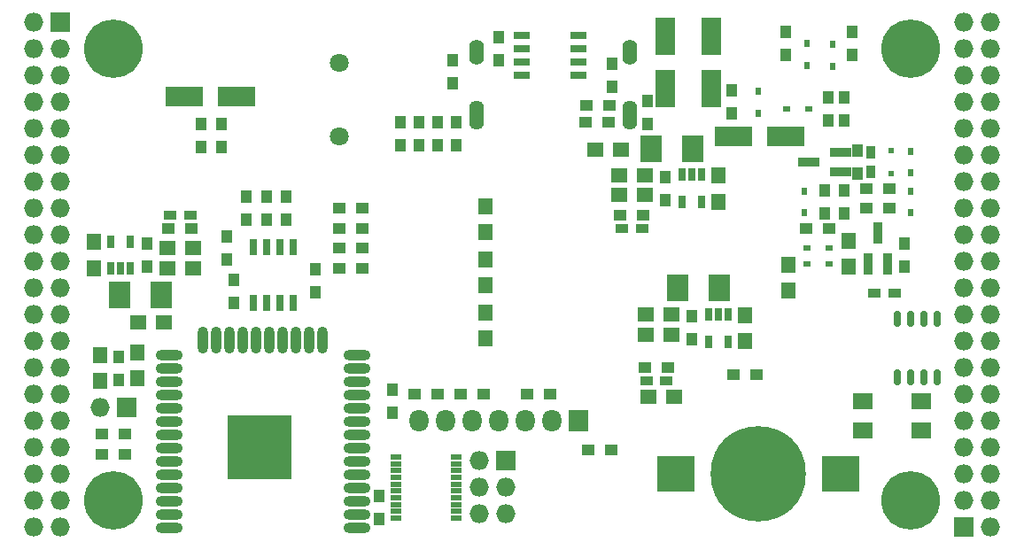
<source format=gbs>
G04 #@! TF.FileFunction,Soldermask,Bot*
%FSLAX46Y46*%
G04 Gerber Fmt 4.6, Leading zero omitted, Abs format (unit mm)*
G04 Created by KiCad (PCBNEW 4.0.7+dfsg1-1) date Wed Oct  4 23:58:25 2017*
%MOMM*%
%LPD*%
G01*
G04 APERTURE LIST*
%ADD10C,0.100000*%
%ADD11R,1.900000X3.600000*%
%ADD12R,1.000000X1.300000*%
%ADD13R,2.100000X2.600000*%
%ADD14R,0.800000X1.300000*%
%ADD15R,1.350000X1.600000*%
%ADD16R,1.600000X1.350000*%
%ADD17O,0.709600X1.573200*%
%ADD18R,0.900000X2.000000*%
%ADD19R,2.000000X0.900000*%
%ADD20R,1.300000X0.850000*%
%ADD21R,0.850000X1.300000*%
%ADD22R,1.300000X1.000000*%
%ADD23R,0.700000X1.650000*%
%ADD24R,1.650000X0.700000*%
%ADD25O,2.600000X1.000000*%
%ADD26O,1.000000X2.600000*%
%ADD27R,6.100000X6.100000*%
%ADD28R,1.827200X1.827200*%
%ADD29O,1.827200X1.827200*%
%ADD30C,5.600000*%
%ADD31R,1.100000X0.500000*%
%ADD32R,1.827200X2.132000*%
%ADD33O,1.827200X2.132000*%
%ADD34R,3.600000X3.400000*%
%ADD35C,9.100000*%
%ADD36C,1.800000*%
%ADD37O,1.400000X2.800000*%
%ADD38O,1.400000X2.400000*%
%ADD39R,1.900000X1.500000*%
%ADD40R,0.600000X0.600000*%
%ADD41R,0.700000X0.550000*%
%ADD42R,0.550000X0.700000*%
%ADD43R,3.600000X1.900000*%
G04 APERTURE END LIST*
D10*
D11*
X155695000Y-69000000D03*
X155695000Y-64000000D03*
D12*
X154044000Y-72426000D03*
X154044000Y-70226000D03*
D13*
X160870000Y-88090000D03*
X156870000Y-88090000D03*
D14*
X159825000Y-90600000D03*
X160775000Y-90600000D03*
X161725000Y-90600000D03*
X161725000Y-93200000D03*
X159825000Y-93200000D03*
D13*
X158330000Y-74755000D03*
X154330000Y-74755000D03*
D14*
X157285000Y-77235000D03*
X158235000Y-77235000D03*
X159185000Y-77235000D03*
X159185000Y-79835000D03*
X157285000Y-79835000D03*
D13*
X103530000Y-88725000D03*
X107530000Y-88725000D03*
D14*
X104575000Y-86215000D03*
X103625000Y-86215000D03*
X102675000Y-86215000D03*
X102675000Y-83615000D03*
X104575000Y-83615000D03*
D15*
X101085000Y-83665000D03*
X101085000Y-86165000D03*
D16*
X153810000Y-90630000D03*
X156310000Y-90630000D03*
X153810000Y-92535000D03*
X156310000Y-92535000D03*
D15*
X163315000Y-93150000D03*
X163315000Y-90650000D03*
D16*
X151270000Y-79200000D03*
X153770000Y-79200000D03*
X151270000Y-77295000D03*
X153770000Y-77295000D03*
D15*
X160775000Y-79815000D03*
X160775000Y-77315000D03*
D16*
X110590000Y-84280000D03*
X108090000Y-84280000D03*
X110590000Y-86185000D03*
X108090000Y-86185000D03*
D17*
X181730000Y-96599000D03*
X180460000Y-96599000D03*
X179190000Y-96599000D03*
X177920000Y-96599000D03*
X177920000Y-91011000D03*
X179190000Y-91011000D03*
X180460000Y-91011000D03*
X181730000Y-91011000D03*
D15*
X173221000Y-86038000D03*
X173221000Y-83538000D03*
D18*
X176965000Y-85780000D03*
X175065000Y-85780000D03*
X176015000Y-82780000D03*
D19*
X172435000Y-75075000D03*
X172435000Y-76975000D03*
X169435000Y-76025000D03*
D20*
X153910000Y-96910000D03*
X155810000Y-96910000D03*
X151570000Y-82375000D03*
X153470000Y-82375000D03*
X110290000Y-81105000D03*
X108390000Y-81105000D03*
D21*
X175380000Y-75075000D03*
X175380000Y-76975000D03*
D22*
X169200000Y-82375000D03*
X171400000Y-82375000D03*
D12*
X172840000Y-80935000D03*
X172840000Y-78735000D03*
D22*
X177115000Y-80470000D03*
X174915000Y-80470000D03*
D12*
X174110000Y-74925000D03*
X174110000Y-77125000D03*
X178555000Y-83815000D03*
X178555000Y-86015000D03*
X113785000Y-83180000D03*
X113785000Y-85380000D03*
X170935000Y-80935000D03*
X170935000Y-78735000D03*
X128390000Y-107945000D03*
X128390000Y-110145000D03*
D22*
X150572000Y-103584000D03*
X148372000Y-103584000D03*
X177115000Y-78565000D03*
X174915000Y-78565000D03*
X153760000Y-95640000D03*
X155960000Y-95640000D03*
X110440000Y-82375000D03*
X108240000Y-82375000D03*
X151420000Y-81105000D03*
X153620000Y-81105000D03*
D12*
X158235000Y-90800000D03*
X158235000Y-93000000D03*
X106165000Y-86015000D03*
X106165000Y-83815000D03*
X155695000Y-77465000D03*
X155695000Y-79665000D03*
D22*
X126782000Y-86185000D03*
X124582000Y-86185000D03*
X126782000Y-84279000D03*
X124582000Y-84279000D03*
X126782000Y-82375000D03*
X124582000Y-82375000D03*
X126782000Y-80470000D03*
X124582000Y-80470000D03*
D12*
X130422000Y-74458000D03*
X130422000Y-72258000D03*
X132200000Y-74458000D03*
X132200000Y-72258000D03*
X133978000Y-74458000D03*
X133978000Y-72258000D03*
X135756000Y-74458000D03*
X135756000Y-72258000D03*
D23*
X116325000Y-84120000D03*
X117595000Y-84120000D03*
X118865000Y-84120000D03*
X120135000Y-84120000D03*
X120135000Y-89520000D03*
X118865000Y-89520000D03*
X117595000Y-89520000D03*
X116325000Y-89520000D03*
D20*
X175700000Y-88598000D03*
X177600000Y-88598000D03*
D24*
X141980000Y-67705000D03*
X141980000Y-66435000D03*
X141980000Y-65165000D03*
X141980000Y-63895000D03*
X147380000Y-63895000D03*
X147380000Y-65165000D03*
X147380000Y-66435000D03*
X147380000Y-67705000D03*
D25*
X126260434Y-111030338D03*
X126260434Y-109760338D03*
X126260434Y-108490338D03*
X126260434Y-107220338D03*
X126260434Y-105950338D03*
X126260434Y-104680338D03*
X126260434Y-103410338D03*
X126260434Y-102140338D03*
X126260434Y-100870338D03*
X126260434Y-99600338D03*
X126260434Y-98330338D03*
X126260434Y-97060338D03*
X126260434Y-95790338D03*
X126260434Y-94520338D03*
D26*
X122975434Y-93030338D03*
X121705434Y-93030338D03*
X120435434Y-93030338D03*
X119165434Y-93030338D03*
X117895434Y-93030338D03*
X116625434Y-93030338D03*
X115355434Y-93030338D03*
X114085434Y-93030338D03*
X112815434Y-93030338D03*
X111545434Y-93030338D03*
D25*
X108260434Y-94520338D03*
X108260434Y-95790338D03*
X108260434Y-97060338D03*
X108260434Y-98330338D03*
X108260434Y-99600338D03*
X108260434Y-100870338D03*
X108260434Y-102140338D03*
X108260434Y-103410338D03*
X108260434Y-104680338D03*
X108260434Y-105950338D03*
X108260434Y-107220338D03*
X108260434Y-108490338D03*
X108260434Y-109760338D03*
X108260434Y-111030338D03*
D27*
X116960434Y-103330338D03*
D28*
X97910000Y-62690000D03*
D29*
X95370000Y-62690000D03*
X97910000Y-65230000D03*
X95370000Y-65230000D03*
X97910000Y-67770000D03*
X95370000Y-67770000D03*
X97910000Y-70310000D03*
X95370000Y-70310000D03*
X97910000Y-72850000D03*
X95370000Y-72850000D03*
X97910000Y-75390000D03*
X95370000Y-75390000D03*
X97910000Y-77930000D03*
X95370000Y-77930000D03*
X97910000Y-80470000D03*
X95370000Y-80470000D03*
X97910000Y-83010000D03*
X95370000Y-83010000D03*
X97910000Y-85550000D03*
X95370000Y-85550000D03*
X97910000Y-88090000D03*
X95370000Y-88090000D03*
X97910000Y-90630000D03*
X95370000Y-90630000D03*
X97910000Y-93170000D03*
X95370000Y-93170000D03*
X97910000Y-95710000D03*
X95370000Y-95710000D03*
X97910000Y-98250000D03*
X95370000Y-98250000D03*
X97910000Y-100790000D03*
X95370000Y-100790000D03*
X97910000Y-103330000D03*
X95370000Y-103330000D03*
X97910000Y-105870000D03*
X95370000Y-105870000D03*
X97910000Y-108410000D03*
X95370000Y-108410000D03*
X97910000Y-110950000D03*
X95370000Y-110950000D03*
D28*
X184270000Y-110950000D03*
D29*
X186810000Y-110950000D03*
X184270000Y-108410000D03*
X186810000Y-108410000D03*
X184270000Y-105870000D03*
X186810000Y-105870000D03*
X184270000Y-103330000D03*
X186810000Y-103330000D03*
X184270000Y-100790000D03*
X186810000Y-100790000D03*
X184270000Y-98250000D03*
X186810000Y-98250000D03*
X184270000Y-95710000D03*
X186810000Y-95710000D03*
X184270000Y-93170000D03*
X186810000Y-93170000D03*
X184270000Y-90630000D03*
X186810000Y-90630000D03*
X184270000Y-88090000D03*
X186810000Y-88090000D03*
X184270000Y-85550000D03*
X186810000Y-85550000D03*
X184270000Y-83010000D03*
X186810000Y-83010000D03*
X184270000Y-80470000D03*
X186810000Y-80470000D03*
X184270000Y-77930000D03*
X186810000Y-77930000D03*
X184270000Y-75390000D03*
X186810000Y-75390000D03*
X184270000Y-72850000D03*
X186810000Y-72850000D03*
X184270000Y-70310000D03*
X186810000Y-70310000D03*
X184270000Y-67770000D03*
X186810000Y-67770000D03*
X184270000Y-65230000D03*
X186810000Y-65230000D03*
X184270000Y-62690000D03*
X186810000Y-62690000D03*
D30*
X102990000Y-108410000D03*
X179190000Y-108410000D03*
X179190000Y-65230000D03*
X102990000Y-65230000D03*
D12*
X162045000Y-71410000D03*
X162045000Y-69210000D03*
X139820000Y-66330000D03*
X139820000Y-64130000D03*
X135375000Y-68532000D03*
X135375000Y-66332000D03*
X150615000Y-68870000D03*
X150615000Y-66670000D03*
D22*
X150275000Y-72215000D03*
X148075000Y-72215000D03*
X150380000Y-70600000D03*
X148180000Y-70600000D03*
D31*
X135735000Y-104215000D03*
X135735000Y-104865000D03*
X135735000Y-105515000D03*
X135735000Y-106165000D03*
X135735000Y-106815000D03*
X135735000Y-107465000D03*
X135735000Y-108115000D03*
X135735000Y-108765000D03*
X135735000Y-109415000D03*
X135735000Y-110065000D03*
X129935000Y-110065000D03*
X129935000Y-109415000D03*
X129935000Y-108765000D03*
X129935000Y-108115000D03*
X129935000Y-107465000D03*
X129935000Y-106815000D03*
X129935000Y-106165000D03*
X129935000Y-105515000D03*
X129935000Y-104865000D03*
X129935000Y-104215000D03*
D12*
X119500000Y-79370000D03*
X119500000Y-81570000D03*
X114480000Y-89500000D03*
X114480000Y-87300000D03*
X129660000Y-99985000D03*
X129660000Y-97785000D03*
X117595000Y-79370000D03*
X117595000Y-81570000D03*
X122280000Y-86300000D03*
X122280000Y-88500000D03*
X115690000Y-79370000D03*
X115690000Y-81570000D03*
D22*
X144730000Y-98250000D03*
X142530000Y-98250000D03*
X138380000Y-98250000D03*
X136180000Y-98250000D03*
X133935000Y-98250000D03*
X131735000Y-98250000D03*
X101890000Y-103965000D03*
X104090000Y-103965000D03*
D28*
X104260000Y-99520000D03*
D29*
X101720000Y-99520000D03*
D22*
X101890000Y-102060000D03*
X104090000Y-102060000D03*
D12*
X103498000Y-96894000D03*
X103498000Y-94694000D03*
D15*
X167506000Y-88324000D03*
X167506000Y-85824000D03*
D22*
X164415000Y-96345000D03*
X162215000Y-96345000D03*
D12*
X167252000Y-65822000D03*
X167252000Y-63622000D03*
D28*
X140455000Y-104600000D03*
D29*
X137915000Y-104600000D03*
X140455000Y-107140000D03*
X137915000Y-107140000D03*
X140455000Y-109680000D03*
X137915000Y-109680000D03*
D15*
X138550000Y-90396000D03*
X138550000Y-92896000D03*
X138550000Y-82736000D03*
X138550000Y-80236000D03*
X138550000Y-85316000D03*
X138550000Y-87816000D03*
X101720000Y-94460000D03*
X101720000Y-96960000D03*
D12*
X113277000Y-74585000D03*
X113277000Y-72385000D03*
X111372000Y-74585000D03*
X111372000Y-72385000D03*
X172840000Y-72045000D03*
X172840000Y-69845000D03*
X171316000Y-72045000D03*
X171316000Y-69845000D03*
D32*
X147440000Y-100790000D03*
D33*
X144900000Y-100790000D03*
X142360000Y-100790000D03*
X139820000Y-100790000D03*
X137280000Y-100790000D03*
X134740000Y-100790000D03*
X132200000Y-100790000D03*
D34*
X172485000Y-105870000D03*
X156685000Y-105870000D03*
D35*
X164585000Y-105870000D03*
D36*
X124580000Y-66540000D03*
X124580000Y-73540000D03*
D37*
X152280000Y-71550000D03*
X137680000Y-71550000D03*
D38*
X137680000Y-65500000D03*
X152280000Y-65500000D03*
D39*
X180212000Y-98882000D03*
X174612000Y-98882000D03*
X174612000Y-101682000D03*
X180212000Y-101682000D03*
D40*
X177285000Y-74925000D03*
X177285000Y-77125000D03*
D15*
X105276000Y-96706000D03*
X105276000Y-94206000D03*
D41*
X169250000Y-84280000D03*
X171350000Y-84280000D03*
D42*
X179190000Y-80885000D03*
X179190000Y-78785000D03*
X169030000Y-80885000D03*
X169030000Y-78785000D03*
D41*
X171350000Y-85804000D03*
X169250000Y-85804000D03*
D42*
X179190000Y-77075000D03*
X179190000Y-74975000D03*
D41*
X167345000Y-70945000D03*
X169445000Y-70945000D03*
D42*
X164585000Y-69260000D03*
X164585000Y-71360000D03*
X169284000Y-66788000D03*
X169284000Y-64688000D03*
X171697000Y-66881000D03*
X171697000Y-64781000D03*
D43*
X109761000Y-69802000D03*
X114761000Y-69802000D03*
X167212000Y-73612000D03*
X162212000Y-73612000D03*
D11*
X160140000Y-64000000D03*
X160140000Y-69000000D03*
D16*
X154064000Y-98504000D03*
X156564000Y-98504000D03*
X107796000Y-91392000D03*
X105296000Y-91392000D03*
X151484000Y-74882000D03*
X148984000Y-74882000D03*
D12*
X173602000Y-65822000D03*
X173602000Y-63622000D03*
M02*

</source>
